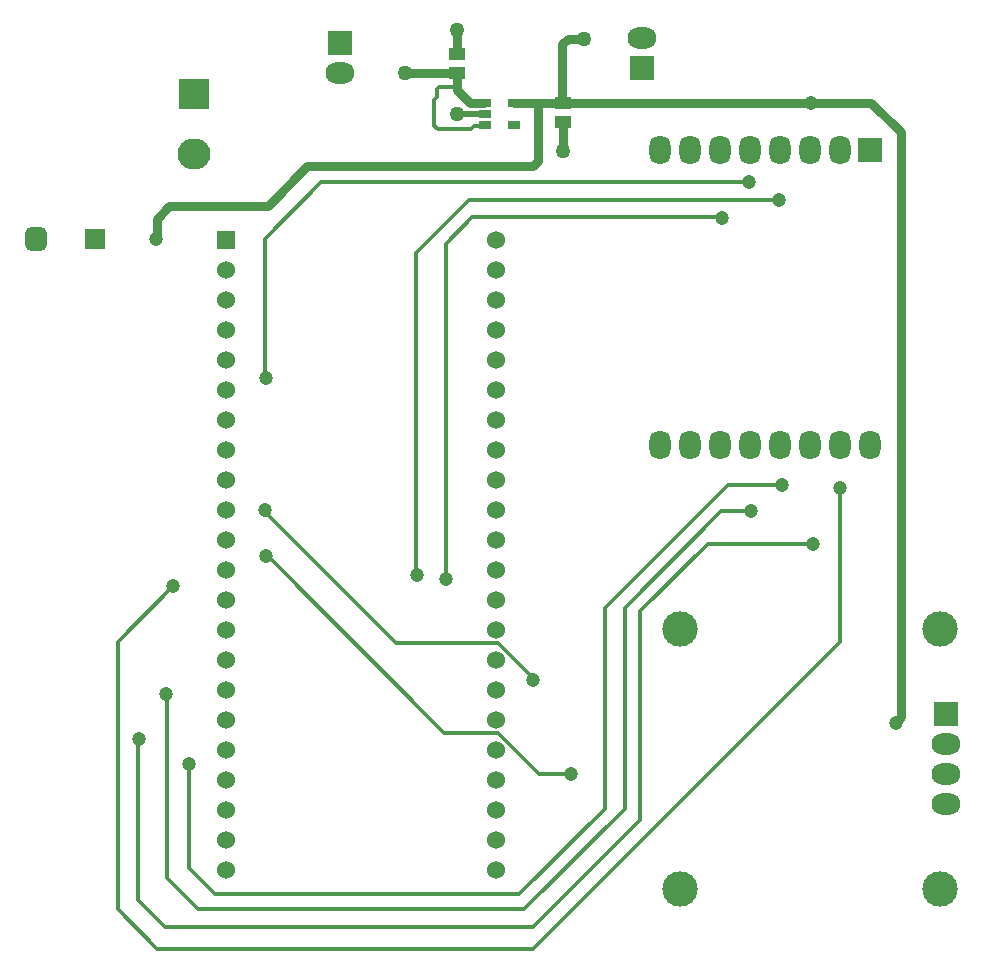
<source format=gtl>
G04*
G04 #@! TF.GenerationSoftware,Altium Limited,Altium Designer,22.3.1 (43)*
G04*
G04 Layer_Physical_Order=1*
G04 Layer_Color=255*
%FSLAX43Y43*%
%MOMM*%
G71*
G04*
G04 #@! TF.SameCoordinates,734E60B2-F3FE-465F-A17A-86E0D649303B*
G04*
G04*
G04 #@! TF.FilePolarity,Positive*
G04*
G01*
G75*
%ADD10R,1.470X1.020*%
%ADD11R,1.000X0.700*%
%ADD12C,0.800*%
%ADD13C,0.500*%
%ADD14C,0.300*%
G04:AMPARAMS|DCode=15|XSize=1.8mm|YSize=2mm|CornerRadius=0.45mm|HoleSize=0mm|Usage=FLASHONLY|Rotation=180.000|XOffset=0mm|YOffset=0mm|HoleType=Round|Shape=RoundedRectangle|*
%AMROUNDEDRECTD15*
21,1,1.800,1.100,0,0,180.0*
21,1,0.900,2.000,0,0,180.0*
1,1,0.900,-0.450,0.550*
1,1,0.900,0.450,0.550*
1,1,0.900,0.450,-0.550*
1,1,0.900,-0.450,-0.550*
%
%ADD15ROUNDEDRECTD15*%
%ADD16R,1.800X1.800*%
%ADD17C,3.000*%
G04:AMPARAMS|DCode=18|XSize=1.8mm|YSize=2.4mm|CornerRadius=0.81mm|HoleSize=0mm|Usage=FLASHONLY|Rotation=270.000|XOffset=0mm|YOffset=0mm|HoleType=Round|Shape=RoundedRectangle|*
%AMROUNDEDRECTD18*
21,1,1.800,0.780,0,0,270.0*
21,1,0.180,2.400,0,0,270.0*
1,1,1.620,-0.390,-0.090*
1,1,1.620,-0.390,0.090*
1,1,1.620,0.390,0.090*
1,1,1.620,0.390,-0.090*
%
%ADD18ROUNDEDRECTD18*%
%ADD19R,2.000X2.000*%
%ADD20R,2.600X2.600*%
%ADD21O,2.800X2.600*%
%ADD22C,1.530*%
%ADD23R,1.530X1.530*%
G04:AMPARAMS|DCode=24|XSize=1.8mm|YSize=2.4mm|CornerRadius=0.81mm|HoleSize=0mm|Usage=FLASHONLY|Rotation=180.000|XOffset=0mm|YOffset=0mm|HoleType=Round|Shape=RoundedRectangle|*
%AMROUNDEDRECTD24*
21,1,1.800,0.780,0,0,180.0*
21,1,0.180,2.400,0,0,180.0*
1,1,1.620,-0.090,0.390*
1,1,1.620,0.090,0.390*
1,1,1.620,0.090,-0.390*
1,1,1.620,-0.090,-0.390*
%
%ADD24ROUNDEDRECTD24*%
%ADD25R,2.000X2.000*%
%ADD26C,1.270*%
%ADD27C,1.200*%
D10*
X47200Y73825D02*
D03*
Y72225D02*
D03*
X38200Y76400D02*
D03*
Y78000D02*
D03*
D11*
X43000Y71925D02*
D03*
Y73825D02*
D03*
X40600Y71925D02*
D03*
Y72875D02*
D03*
Y73825D02*
D03*
D12*
X38200Y74900D02*
Y75200D01*
X39275Y73825D02*
X40500D01*
X38200Y74900D02*
X39275Y73825D01*
X38200Y75200D02*
Y76400D01*
X12700Y62350D02*
X12777Y62427D01*
Y64027D01*
X68150Y73825D02*
X73300D01*
X75775Y21833D02*
Y71350D01*
X73300Y73825D02*
X75775Y71350D01*
X47200Y73825D02*
X68150D01*
X12777Y64027D02*
X13850Y65100D01*
X22175D02*
X25550Y68475D01*
X13850Y65100D02*
X22175D01*
X75400Y21458D02*
X75775Y21833D01*
X75400Y21350D02*
Y21458D01*
X25550Y68475D02*
X44631D01*
X45100Y68944D01*
Y73825D01*
X47200D01*
X43000D02*
X45100D01*
X47125Y73900D02*
X47200Y73825D01*
X47125Y73900D02*
Y78806D01*
X47594Y79275D02*
X48975D01*
X47125Y78806D02*
X47594Y79275D01*
X33800Y76400D02*
X38200D01*
Y78000D02*
Y80000D01*
X47200Y69800D02*
Y72225D01*
D13*
X38225Y72875D02*
X40600D01*
X38200Y72900D02*
X38225Y72875D01*
D14*
X21950Y62325D02*
X26725Y67100D01*
X62900D01*
X21950Y50550D02*
Y62325D01*
X36500Y74300D02*
Y75000D01*
X39650Y71850D02*
X40525D01*
X39400Y71600D02*
X39650Y71850D01*
X40525D02*
X40600Y71925D01*
X36600Y71600D02*
X39400D01*
X36300Y71900D02*
X36600Y71600D01*
X36300Y71900D02*
Y74100D01*
X36500Y74300D01*
X36700Y75200D02*
X37900D01*
X38200Y74900D01*
X36500Y75000D02*
X36700Y75200D01*
X39200Y65600D02*
X65450D01*
X34700Y61100D02*
X39200Y65600D01*
X21706Y39494D02*
X33065Y28135D01*
X22112Y35537D02*
X37135Y20515D01*
X33065Y28135D02*
X41682D01*
X37250Y61925D02*
X39475Y64150D01*
X37250Y33550D02*
Y61925D01*
X41682Y28135D02*
X44650Y25167D01*
Y25000D02*
Y25167D01*
X45167Y17030D02*
X47895D01*
X41682Y20515D02*
X45167Y17030D01*
X37135Y20515D02*
X41682D01*
X34700Y33925D02*
Y61100D01*
Y33925D02*
X34800Y33825D01*
X39475Y64150D02*
X60600D01*
X60625Y64125D01*
X9475Y5550D02*
X12825Y2200D01*
X44650D02*
X70680Y28230D01*
X12825Y2200D02*
X44650D01*
X9475Y28225D02*
X14200Y32950D01*
X9475Y5550D02*
Y28225D01*
X70680Y28230D02*
Y41275D01*
X53725Y13150D02*
Y30800D01*
X44650Y4075D02*
X53725Y13150D01*
X13450Y4075D02*
X44650D01*
X59450Y36525D02*
X68350D01*
X53725Y30800D02*
X59450Y36525D01*
X60600Y39250D02*
X63075D01*
X52400Y14025D02*
Y31050D01*
X60600Y39250D01*
X43925Y5550D02*
X52400Y14025D01*
X11200Y19850D02*
X11300Y19950D01*
X11200Y6325D02*
Y19850D01*
Y6325D02*
X13450Y4075D01*
X15525Y9031D02*
X17706Y6850D01*
X43500D01*
X50725Y14075D01*
Y31075D02*
X61150Y41500D01*
X50725Y14075D02*
Y31075D01*
X13625Y8250D02*
Y23775D01*
X16325Y5550D02*
X43925D01*
X13625Y8250D02*
X16325Y5550D01*
X15525Y9031D02*
Y17900D01*
X13600Y23800D02*
X13625Y23775D01*
X61150Y41500D02*
X65750D01*
X60520Y69550D02*
Y69850D01*
D15*
X2600Y62300D02*
D03*
D16*
X7600Y62300D02*
D03*
D17*
X57100Y29300D02*
D03*
Y7300D02*
D03*
X79100D02*
D03*
Y29300D02*
D03*
D18*
X79600Y14490D02*
D03*
Y17030D02*
D03*
Y19570D02*
D03*
X53875Y79315D02*
D03*
X28300Y76400D02*
D03*
D19*
X79600Y22110D02*
D03*
X53875Y76775D02*
D03*
X28300Y78940D02*
D03*
D20*
X15975Y74550D02*
D03*
D21*
Y69470D02*
D03*
D22*
X18670Y8930D02*
D03*
X41530D02*
D03*
X18670Y11470D02*
D03*
Y14010D02*
D03*
Y16550D02*
D03*
Y19090D02*
D03*
Y21630D02*
D03*
Y24170D02*
D03*
Y26710D02*
D03*
Y29250D02*
D03*
Y31790D02*
D03*
Y34330D02*
D03*
Y36870D02*
D03*
Y39410D02*
D03*
Y41950D02*
D03*
Y44490D02*
D03*
Y47030D02*
D03*
Y49570D02*
D03*
Y52110D02*
D03*
Y54650D02*
D03*
Y57190D02*
D03*
Y59730D02*
D03*
X41530Y11470D02*
D03*
Y14010D02*
D03*
Y16550D02*
D03*
Y19090D02*
D03*
Y21630D02*
D03*
Y24170D02*
D03*
Y26710D02*
D03*
Y29250D02*
D03*
Y31790D02*
D03*
Y34330D02*
D03*
Y36870D02*
D03*
Y39410D02*
D03*
Y41950D02*
D03*
Y44490D02*
D03*
Y47030D02*
D03*
Y49570D02*
D03*
Y52110D02*
D03*
Y54650D02*
D03*
Y57190D02*
D03*
Y59730D02*
D03*
Y62270D02*
D03*
D23*
X18670D02*
D03*
D24*
X73220Y44850D02*
D03*
X70680D02*
D03*
X68140D02*
D03*
X65600D02*
D03*
X63060D02*
D03*
X60520D02*
D03*
X57980D02*
D03*
X55440D02*
D03*
X60520Y69850D02*
D03*
X63060D02*
D03*
X65600D02*
D03*
X68140D02*
D03*
X70680D02*
D03*
X55440D02*
D03*
X57980D02*
D03*
D25*
X73220D02*
D03*
D26*
X33800Y76400D02*
D03*
X38200Y72900D02*
D03*
Y80000D02*
D03*
X47200Y69800D02*
D03*
X48975Y79275D02*
D03*
D27*
X75400Y21350D02*
D03*
X12700Y62350D02*
D03*
X68150Y73825D02*
D03*
X22075Y35500D02*
D03*
X21975Y39375D02*
D03*
X44650Y25000D02*
D03*
X47895Y17030D02*
D03*
X37250Y33550D02*
D03*
X34800Y33825D02*
D03*
X65450Y65600D02*
D03*
X60625Y64125D02*
D03*
X62900Y67100D02*
D03*
X22025Y50575D02*
D03*
X14200Y32950D02*
D03*
X68350Y36525D02*
D03*
X11300Y19950D02*
D03*
X15525Y17900D02*
D03*
X13600Y23800D02*
D03*
X65750Y41500D02*
D03*
X63075Y39250D02*
D03*
X70680Y41275D02*
D03*
M02*

</source>
